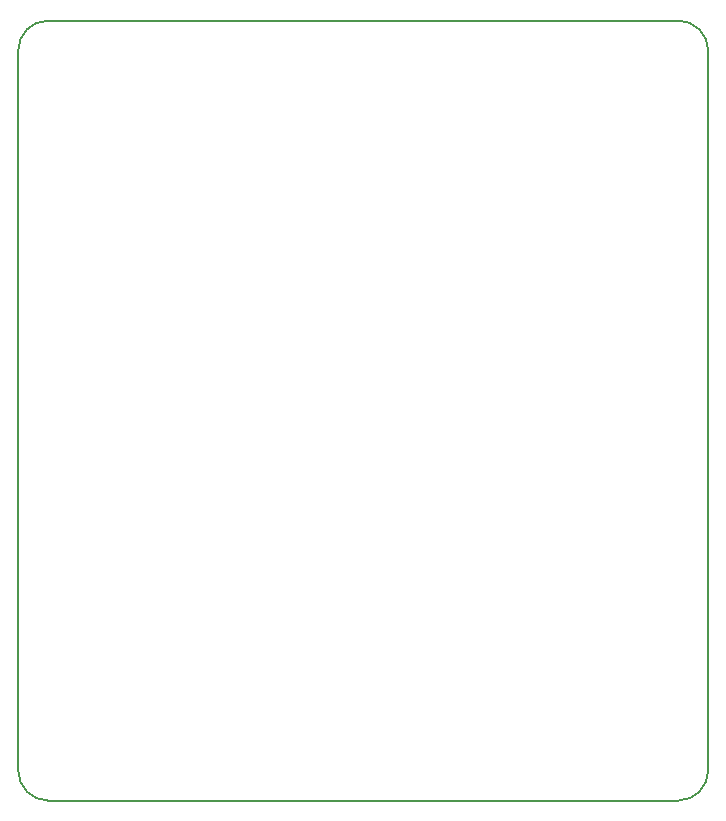
<source format=gbr>
G04 #@! TF.GenerationSoftware,KiCad,Pcbnew,5.0.2+dfsg1-1*
G04 #@! TF.CreationDate,2021-12-24T09:44:01+00:00*
G04 #@! TF.ProjectId,wy-50-keyboard-adaptor,77792d35-302d-46b6-9579-626f6172642d,rev?*
G04 #@! TF.SameCoordinates,Original*
G04 #@! TF.FileFunction,Profile,NP*
%FSLAX46Y46*%
G04 Gerber Fmt 4.6, Leading zero omitted, Abs format (unit mm)*
G04 Created by KiCad (PCBNEW 5.0.2+dfsg1-1) date Fri 24 Dec 2021 09:44:01 AM GMT*
%MOMM*%
%LPD*%
G01*
G04 APERTURE LIST*
%ADD10C,0.150000*%
G04 APERTURE END LIST*
D10*
X140970000Y-77470000D02*
X140970000Y-138430000D01*
X85090000Y-74930000D02*
X138430000Y-74930000D01*
X82550000Y-138430000D02*
X82550000Y-77470000D01*
X85090000Y-140970000D02*
X138430000Y-140970000D01*
X85090000Y-140970000D02*
G75*
G02X82550000Y-138430000I0J2540000D01*
G01*
X140970000Y-138430000D02*
G75*
G02X138430000Y-140970000I-2540000J0D01*
G01*
X138430000Y-74930000D02*
G75*
G02X140970000Y-77470000I0J-2540000D01*
G01*
X82550000Y-77470000D02*
G75*
G02X85090000Y-74930000I2540000J0D01*
G01*
M02*

</source>
